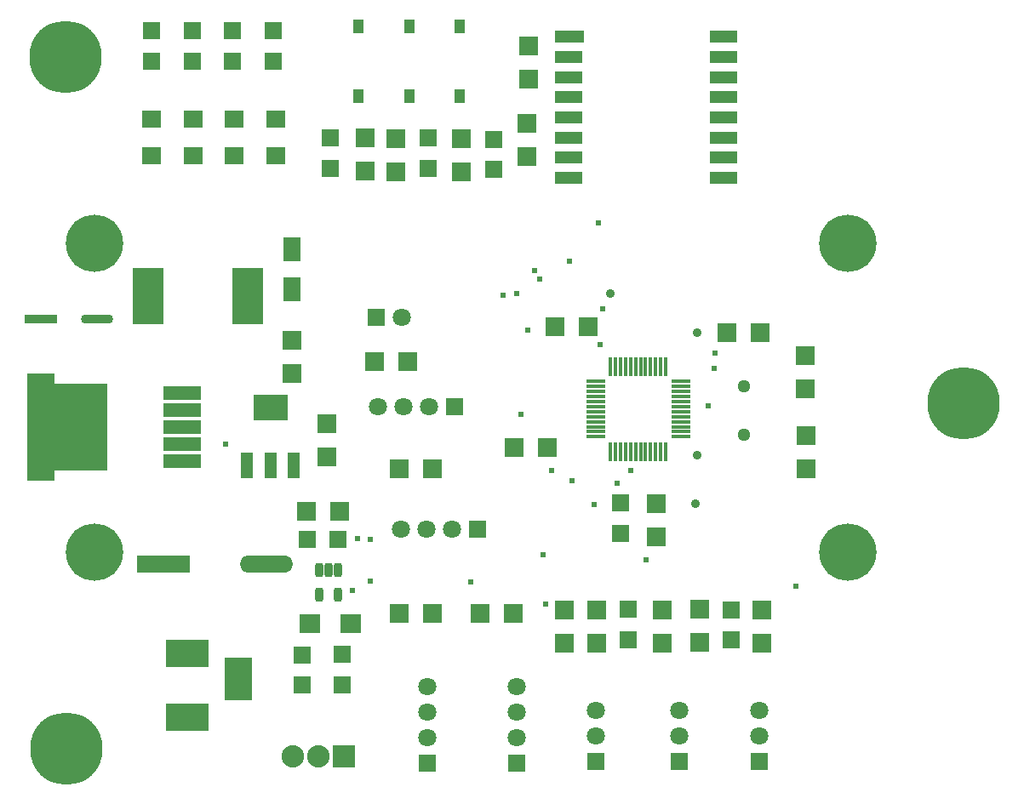
<source format=gts>
G04*
G04 #@! TF.GenerationSoftware,Altium Limited,Altium Designer,21.3.2 (30)*
G04*
G04 Layer_Color=8388736*
%FSTAX24Y24*%
%MOIN*%
G70*
G04*
G04 #@! TF.SameCoordinates,09EB0EA2-9561-46F4-B1F3-F0EC52C3B4A3*
G04*
G04*
G04 #@! TF.FilePolarity,Negative*
G04*
G01*
G75*
%ADD48R,0.0749X0.0749*%
%ADD49R,0.0710X0.0671*%
%ADD50R,0.2080X0.0671*%
%ADD51O,0.2080X0.0671*%
G04:AMPARAMS|DCode=52|XSize=56mil|YSize=31.6mil|CornerRadius=9.9mil|HoleSize=0mil|Usage=FLASHONLY|Rotation=270.000|XOffset=0mil|YOffset=0mil|HoleType=Round|Shape=RoundedRectangle|*
%AMROUNDEDRECTD52*
21,1,0.0560,0.0118,0,0,270.0*
21,1,0.0362,0.0316,0,0,270.0*
1,1,0.0198,-0.0059,-0.0181*
1,1,0.0198,-0.0059,0.0181*
1,1,0.0198,0.0059,0.0181*
1,1,0.0198,0.0059,-0.0181*
%
%ADD52ROUNDEDRECTD52*%
%ADD53R,0.0671X0.0710*%
%ADD54R,0.0729X0.0178*%
%ADD55R,0.0178X0.0729*%
%ADD56R,0.0789X0.0749*%
%ADD57R,0.1261X0.0356*%
%ADD58O,0.1261X0.0356*%
%ADD59R,0.0749X0.0749*%
%ADD60R,0.1220X0.2210*%
%ADD61R,0.1458X0.0552*%
%ADD62R,0.1064X0.4214*%
%ADD63R,0.2639X0.3426*%
%ADD64R,0.1379X0.1025*%
%ADD65R,0.0474X0.1025*%
%ADD66R,0.0690X0.0966*%
%ADD67R,0.0730X0.0680*%
%ADD68R,0.0395X0.0552*%
%ADD69R,0.1182X0.0513*%
%ADD70R,0.1104X0.0513*%
%ADD71C,0.2835*%
%ADD72C,0.0276*%
%ADD73C,0.0883*%
%ADD74R,0.0883X0.0883*%
%ADD75C,0.2244*%
%ADD76C,0.0710*%
%ADD77R,0.0710X0.0710*%
%ADD78R,0.0710X0.0710*%
%ADD79R,0.1080X0.1680*%
%ADD80R,0.1680X0.1080*%
%ADD81C,0.0505*%
%ADD82C,0.0237*%
%ADD83C,0.0356*%
D48*
X0471Y0196D02*
D03*
Y0183D02*
D03*
X04466Y019619D02*
D03*
Y01832D02*
D03*
X0287Y03015D02*
D03*
Y02885D02*
D03*
X03005Y0269D02*
D03*
Y0256D02*
D03*
X03935Y0183D02*
D03*
Y0196D02*
D03*
X040642D02*
D03*
Y0183D02*
D03*
X0432D02*
D03*
Y0196D02*
D03*
X03277Y03675D02*
D03*
Y03805D02*
D03*
X03155Y036801D02*
D03*
Y0381D02*
D03*
X04295Y02245D02*
D03*
Y02375D02*
D03*
X03533Y03805D02*
D03*
Y03675D02*
D03*
X03795Y041699D02*
D03*
Y0404D02*
D03*
X0379Y03865D02*
D03*
Y037351D02*
D03*
X0488Y02825D02*
D03*
Y02955D02*
D03*
X04883Y02642D02*
D03*
Y02512D02*
D03*
D49*
X0459Y019601D02*
D03*
Y018419D02*
D03*
X04187Y019621D02*
D03*
Y018439D02*
D03*
X0291Y017841D02*
D03*
X03065Y01785D02*
D03*
Y016669D02*
D03*
X0291Y016659D02*
D03*
X0232Y042291D02*
D03*
Y041109D02*
D03*
X03661Y036859D02*
D03*
Y038041D02*
D03*
X03404Y036899D02*
D03*
Y038081D02*
D03*
X02795Y041109D02*
D03*
Y042291D02*
D03*
X026367Y041109D02*
D03*
Y042291D02*
D03*
X024783Y041109D02*
D03*
Y042291D02*
D03*
X0302Y036899D02*
D03*
Y038081D02*
D03*
X04155Y022599D02*
D03*
Y023781D02*
D03*
D50*
X02365Y0214D02*
D03*
D51*
X0277D02*
D03*
D52*
X030126Y02118D02*
D03*
X029752Y0202D02*
D03*
X0305Y02118D02*
D03*
X029752D02*
D03*
X0305Y0202D02*
D03*
D53*
X030491Y02236D02*
D03*
X029309D02*
D03*
D54*
X04392Y026386D02*
D03*
Y026583D02*
D03*
Y02678D02*
D03*
Y026976D02*
D03*
Y027173D02*
D03*
Y02737D02*
D03*
Y027567D02*
D03*
Y027764D02*
D03*
Y027961D02*
D03*
Y028157D02*
D03*
Y028354D02*
D03*
Y028551D02*
D03*
X040583D02*
D03*
Y028354D02*
D03*
Y028157D02*
D03*
Y027961D02*
D03*
Y027764D02*
D03*
Y027567D02*
D03*
Y02737D02*
D03*
Y027173D02*
D03*
Y026976D02*
D03*
Y02678D02*
D03*
Y026583D02*
D03*
Y026386D02*
D03*
D55*
X043334Y029137D02*
D03*
X043137D02*
D03*
X042941D02*
D03*
X042744D02*
D03*
X042547D02*
D03*
X04235D02*
D03*
X042153D02*
D03*
X041956D02*
D03*
X041759D02*
D03*
X041563D02*
D03*
X041366D02*
D03*
X041169D02*
D03*
Y0258D02*
D03*
X041366D02*
D03*
X041563D02*
D03*
X041759D02*
D03*
X041956D02*
D03*
X042153D02*
D03*
X04235D02*
D03*
X042547D02*
D03*
X042744D02*
D03*
X042941D02*
D03*
X043137D02*
D03*
X043334D02*
D03*
D56*
X029413Y01908D02*
D03*
X030987D02*
D03*
D57*
X01885Y031D02*
D03*
D58*
X02105D02*
D03*
D59*
X03291Y02513D02*
D03*
X03421D02*
D03*
X02928Y02346D02*
D03*
X03058D02*
D03*
X03735Y01945D02*
D03*
X036051D02*
D03*
X0342D02*
D03*
X0329D02*
D03*
X03322Y02933D02*
D03*
X031921D02*
D03*
X0374Y02595D02*
D03*
X0387D02*
D03*
X04572Y03048D02*
D03*
X04702D02*
D03*
X039001Y0307D02*
D03*
X0403D02*
D03*
D60*
X02305Y0319D02*
D03*
X02695D02*
D03*
D61*
X0244Y025431D02*
D03*
Y0261D02*
D03*
Y026769D02*
D03*
Y027439D02*
D03*
Y028108D02*
D03*
D62*
X018878Y026769D02*
D03*
D63*
X020158D02*
D03*
D64*
X02785Y027542D02*
D03*
D65*
X028756Y025258D02*
D03*
X02785D02*
D03*
X026944D02*
D03*
D66*
X0287Y03215D02*
D03*
Y033725D02*
D03*
D67*
X024817Y0374D02*
D03*
Y03882D02*
D03*
X02805D02*
D03*
Y0374D02*
D03*
X026433Y03882D02*
D03*
Y0374D02*
D03*
X0232D02*
D03*
Y03882D02*
D03*
D68*
X03525Y042478D02*
D03*
Y039722D02*
D03*
X0333Y042478D02*
D03*
Y039722D02*
D03*
X0313Y042478D02*
D03*
Y039722D02*
D03*
D69*
X039576Y04205D02*
D03*
D70*
X039537Y041262D02*
D03*
Y040475D02*
D03*
Y039687D02*
D03*
Y0389D02*
D03*
Y038113D02*
D03*
Y037325D02*
D03*
Y036538D02*
D03*
X0456D02*
D03*
Y037325D02*
D03*
Y038113D02*
D03*
Y0389D02*
D03*
Y039687D02*
D03*
Y040475D02*
D03*
Y041262D02*
D03*
Y04205D02*
D03*
D71*
X01984Y04125D02*
D03*
X019875Y014165D02*
D03*
X054985Y027685D02*
D03*
D72*
X02093Y04131D02*
D03*
X020572Y042073D02*
D03*
X01978Y04236D02*
D03*
X019017Y042002D02*
D03*
X01873Y04121D02*
D03*
X019088Y040447D02*
D03*
X01988Y04016D02*
D03*
X020643Y040518D02*
D03*
X020733Y013438D02*
D03*
X01997Y01308D02*
D03*
X01915Y01334D02*
D03*
X01881Y01415D02*
D03*
X01908Y0149D02*
D03*
X019843Y015258D02*
D03*
X02075Y01486D02*
D03*
X021075Y014015D02*
D03*
X056085Y027735D02*
D03*
X055728Y028499D02*
D03*
X054935Y028785D02*
D03*
X054172Y028428D02*
D03*
X053885Y027635D02*
D03*
X054243Y026872D02*
D03*
X055035Y026585D02*
D03*
X055799Y026943D02*
D03*
D73*
X02874Y01388D02*
D03*
X02974D02*
D03*
D74*
X03074D02*
D03*
D75*
X05045Y02185D02*
D03*
Y03395D02*
D03*
X02095Y02185D02*
D03*
Y03395D02*
D03*
D76*
X03395Y02275D02*
D03*
X03495D02*
D03*
X03295D02*
D03*
X03301Y03108D02*
D03*
X034Y0166D02*
D03*
Y0146D02*
D03*
Y0156D02*
D03*
X03305Y02755D02*
D03*
X03405D02*
D03*
X03205D02*
D03*
X04385Y01565D02*
D03*
Y01465D02*
D03*
X0375Y0166D02*
D03*
Y0146D02*
D03*
Y0156D02*
D03*
X047Y01465D02*
D03*
Y01565D02*
D03*
X0406Y01465D02*
D03*
Y01565D02*
D03*
D77*
X03595Y02275D02*
D03*
X03201Y03108D02*
D03*
X03505Y02755D02*
D03*
D78*
X034Y0136D02*
D03*
X04385Y01365D02*
D03*
X0375Y0136D02*
D03*
X047Y01365D02*
D03*
X0406D02*
D03*
D79*
X0266Y0169D02*
D03*
D80*
X0246Y0154D02*
D03*
Y0179D02*
D03*
D81*
X0464Y028371D02*
D03*
Y02645D02*
D03*
D82*
X037941Y030576D02*
D03*
X03864Y01982D02*
D03*
X04499Y02759D02*
D03*
X04143Y02455D02*
D03*
X03854Y02176D02*
D03*
X03127Y02241D02*
D03*
X03108Y02038D02*
D03*
X03887Y02507D02*
D03*
X03569Y02069D02*
D03*
X04255Y02155D02*
D03*
X04053Y02372D02*
D03*
X03765Y02725D02*
D03*
X04195Y02505D02*
D03*
X0382Y0329D02*
D03*
X04075Y03D02*
D03*
X0384Y03255D02*
D03*
X03957Y03325D02*
D03*
X045266Y02968D02*
D03*
X045242Y029051D02*
D03*
X04844Y02054D02*
D03*
X03176Y02236D02*
D03*
Y02074D02*
D03*
X03966Y02468D02*
D03*
X0407Y03478D02*
D03*
X03749Y032D02*
D03*
X03698Y03192D02*
D03*
X0291Y01785D02*
D03*
X03065D02*
D03*
X0261Y0261D02*
D03*
X02675Y03195D02*
D03*
X04085Y0314D02*
D03*
D83*
X04458Y02567D02*
D03*
X0445Y02377D02*
D03*
X04455Y03048D02*
D03*
X03285Y0195D02*
D03*
X03935Y0196D02*
D03*
X0488Y0295D02*
D03*
X03322Y02943D02*
D03*
X0374Y019434D02*
D03*
X04325Y0196D02*
D03*
X04065D02*
D03*
X0471Y01955D02*
D03*
X0432Y01825D02*
D03*
X04065D02*
D03*
X0288Y02525D02*
D03*
X0245Y027439D02*
D03*
X0287Y03215D02*
D03*
X04115Y032D02*
D03*
X04295Y02375D02*
D03*
X0379Y03735D02*
D03*
X03533Y03805D02*
D03*
X0387Y02595D02*
D03*
X03895Y0307D02*
D03*
X03661Y0368D02*
D03*
X03405Y03685D02*
D03*
X0302D02*
D03*
X03155Y0381D02*
D03*
X04565Y03655D02*
D03*
X031921Y02933D02*
D03*
M02*

</source>
